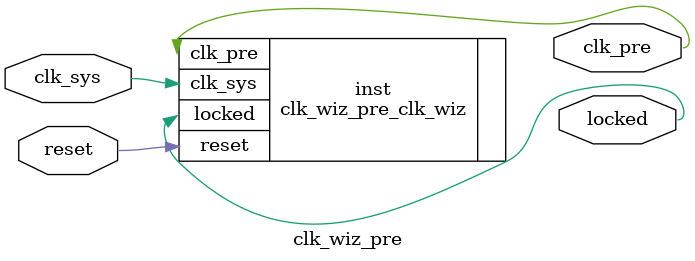
<source format=v>


`timescale 1ps/1ps

(* CORE_GENERATION_INFO = "clk_wiz_pre,clk_wiz_v6_0_0_0,{component_name=clk_wiz_pre,use_phase_alignment=true,use_min_o_jitter=false,use_max_i_jitter=false,use_dyn_phase_shift=false,use_inclk_switchover=false,use_dyn_reconfig=false,enable_axi=0,feedback_source=FDBK_AUTO,PRIMITIVE=PLL,num_out_clk=1,clkin1_period=8.000,clkin2_period=10.000,use_power_down=false,use_reset=true,use_locked=true,use_inclk_stopped=false,feedback_type=SINGLE,CLOCK_MGR_TYPE=NA,manual_override=false}" *)

module clk_wiz_pre 
 (
  // Clock out ports
  output        clk_pre,
  // Status and control signals
  input         reset,
  output        locked,
 // Clock in ports
  input         clk_sys
 );

  clk_wiz_pre_clk_wiz inst
  (
  // Clock out ports  
  .clk_pre(clk_pre),
  // Status and control signals               
  .reset(reset), 
  .locked(locked),
 // Clock in ports
  .clk_sys(clk_sys)
  );

endmodule

</source>
